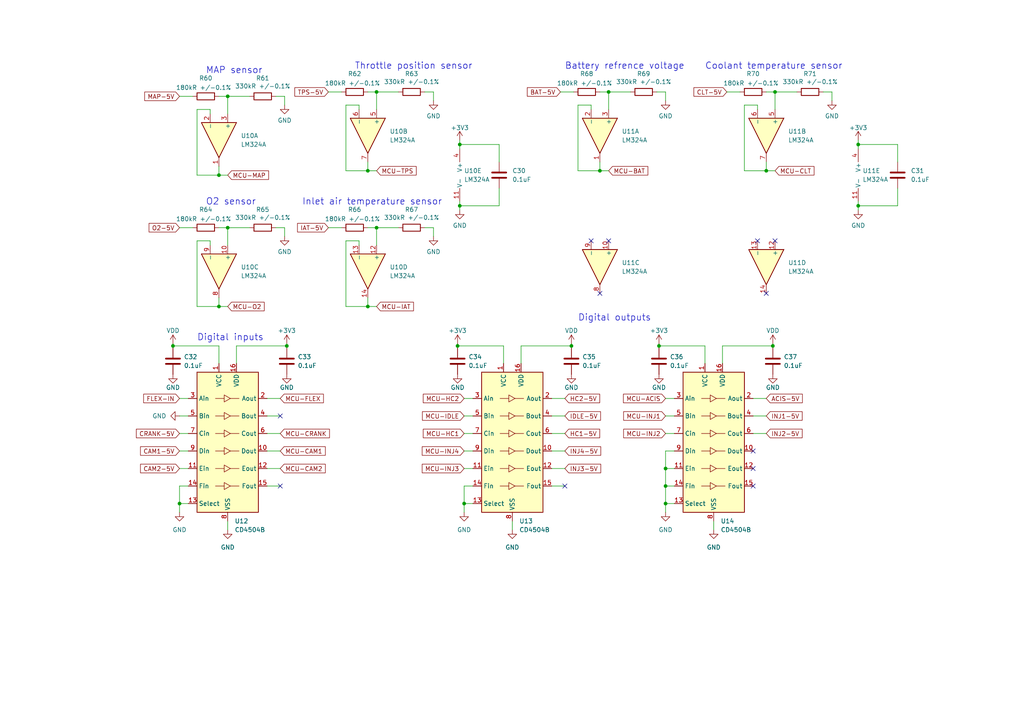
<source format=kicad_sch>
(kicad_sch (version 20211123) (generator eeschema)
  (paper "A4")
  (title_block (title "Speeduino board for Teensy 4.1") (date "2023-01-07") (rev "6") (company "Fontys Eindhoven EXPO group 13 || Speeduino") (comment 1 "Adapted from Speeduino V0.4.4c board"))
  (lib_symbols
    (symbol "4xxx:4504"
      (property "Reference" "U" (at -7.62 21.59 0))
      (property "Value" "4504" (at 6.35 21.59 0))
      (symbol "4504_0_1"
        (polyline (pts (xy -3.556 -12.7) (xy -1.016 -12.7)))
        (polyline (pts (xy -3.556 -7.62) (xy -1.016 -7.62)))
        (polyline (pts (xy -3.556 -2.54) (xy -1.016 -2.54)))
        (polyline (pts (xy -3.556 2.54) (xy -1.016 2.54)))
        (polyline (pts (xy -3.556 7.62) (xy -1.016 7.62)))
        (polyline (pts (xy -3.556 12.7) (xy -1.016 12.7)))
        (polyline (pts (xy 0.762 -12.7) (xy 3.302 -12.7)))
        (polyline (pts (xy 0.762 -7.62) (xy 3.302 -7.62)))
        (polyline (pts (xy 0.762 -2.54) (xy 3.302 -2.54)))
        (polyline (pts (xy 0.762 2.54) (xy 3.302 2.54)))
        (polyline (pts (xy 0.762 7.62) (xy 3.302 7.62)))
        (polyline (pts (xy 0.762 12.7) (xy 3.302 12.7)))
      )
      (symbol "4504_1_1"
        (rectangle (start -8.89 20.32) (end 8.89 -20.32) (stroke (width 0.254)) (fill (type background)))
        (polyline (pts (xy 0.762 -12.7) (xy -1.016 -13.716) (xy -1.016 -11.684) (xy 0.762 -12.7)))
        (polyline (pts (xy 0.762 -7.62) (xy -1.016 -8.636) (xy -1.016 -6.604) (xy 0.762 -7.62)))
        (polyline (pts (xy 0.762 -2.54) (xy -1.016 -3.556) (xy -1.016 -1.524) (xy 0.762 -2.54)))
        (polyline (pts (xy 0.762 2.54) (xy -1.016 1.524) (xy -1.016 3.556) (xy 0.762 2.54)))
        (polyline (pts (xy 0.762 7.62) (xy -1.016 6.604) (xy -1.016 8.636) (xy 0.762 7.62)))
        (polyline (pts (xy 0.762 12.7) (xy -1.016 11.684) (xy -1.016 13.716) (xy 0.762 12.7)))
        (pin power_in line (at -2.54 22.86 270) (length 2.54) (name "VCC") (number "1"))
        (pin output line (at 11.43 -2.54 180) (length 2.54) (name "Dout") (number "10"))
        (pin input line (at -11.43 -7.62 0) (length 2.54) (name "Ein") (number "11"))
        (pin output line (at 11.43 -7.62 180) (length 2.54) (name "Eout") (number "12"))
        (pin input line (at -11.43 -17.78 0) (length 2.54) (name "Select") (number "13"))
        (pin input line (at -11.43 -12.7 0) (length 2.54) (name "Fin") (number "14"))
        (pin output line (at 11.43 -12.7 180) (length 2.54) (name "Fout") (number "15"))
        (pin power_in line (at 2.54 22.86 270) (length 2.54) (name "VDD") (number "16"))
        (pin output line (at 11.43 12.7 180) (length 2.54) (name "Aout") (number "2"))
        (pin input line (at -11.43 12.7 0) (length 2.54) (name "Ain") (number "3"))
        (pin output line (at 11.43 7.62 180) (length 2.54) (name "Bout") (number "4"))
        (pin input line (at -11.43 7.62 0) (length 2.54) (name "Bin") (number "5"))
        (pin output line (at 11.43 2.54 180) (length 2.54) (name "Cout") (number "6"))
        (pin input line (at -11.43 2.54 0) (length 2.54) (name "Cin") (number "7"))
        (pin power_in line (at 0 -22.86 90) (length 2.54) (name "VSS") (number "8"))
        (pin input line (at -11.43 -2.54 0) (length 2.54) (name "Din") (number "9"))
      )
    )
    (symbol "Amplifier_Operational:LMV324" (pin_names (offset 0.127))
      (property "Reference" "U" (at 0 5.08 0))
      (property "Value" "LMV324" (at 0 -5.08 0))
      (symbol "LMV324_1_1"
        (polyline (pts (xy -5.08 5.08) (xy 5.08 0) (xy -5.08 -5.08) (xy -5.08 5.08)) (stroke (width 0.254)) (fill (type background)))
        (pin output line (at 7.62 0 180) (length 2.54) (name "~") (number "1"))
        (pin input line (at -7.62 -2.54 0) (length 2.54) (name "-") (number "2"))
        (pin input line (at -7.62 2.54 0) (length 2.54) (name "+") (number "3"))
      )
      (symbol "LMV324_2_1"
        (polyline (pts (xy -5.08 5.08) (xy 5.08 0) (xy -5.08 -5.08) (xy -5.08 5.08)) (stroke (width 0.254)) (fill (type background)))
        (pin input line (at -7.62 2.54 0) (length 2.54) (name "+") (number "5"))
        (pin input line (at -7.62 -2.54 0) (length 2.54) (name "-") (number "6"))
        (pin output line (at 7.62 0 180) (length 2.54) (name "~") (number "7"))
      )
      (symbol "LMV324_3_1"
        (polyline (pts (xy -5.08 5.08) (xy 5.08 0) (xy -5.08 -5.08) (xy -5.08 5.08)) (stroke (width 0.254)) (fill (type background)))
        (pin input line (at -7.62 2.54 0) (length 2.54) (name "+") (number "10"))
        (pin output line (at 7.62 0 180) (length 2.54) (name "~") (number "8"))
        (pin input line (at -7.62 -2.54 0) (length 2.54) (name "-") (number "9"))
      )
      (symbol "LMV324_4_1"
        (polyline (pts (xy -5.08 5.08) (xy 5.08 0) (xy -5.08 -5.08) (xy -5.08 5.08)) (stroke (width 0.254)) (fill (type background)))
        (pin input line (at -7.62 2.54 0) (length 2.54) (name "+") (number "12"))
        (pin input line (at -7.62 -2.54 0) (length 2.54) (name "-") (number "13"))
        (pin output line (at 7.62 0 180) (length 2.54) (name "~") (number "14"))
      )
      (symbol "LMV324_5_1"
        (pin power_in line (at -2.54 -7.62 90) (length 3.81) (name "V-") (number "11"))
        (pin power_in line (at -2.54 7.62 270) (length 3.81) (name "V+") (number "4"))
      )
    )
    (symbol "Device:C" (pin_numbers hide) (pin_names (offset 0.254))
      (property "Reference" "C" (at 0.635 2.54 0))
      (property "Value" "C" (at 0.635 -2.54 0))
      (symbol "C_0_1"
        (polyline (pts (xy -2.032 -0.762) (xy 2.032 -0.762)) (stroke (width 0.508)))
        (polyline (pts (xy -2.032 0.762) (xy 2.032 0.762)) (stroke (width 0.508)))
      )
      (symbol "C_1_1"
        (pin passive line (at 0 3.81 270) (length 2.794) (name "~") (number "1"))
        (pin passive line (at 0 -3.81 90) (length 2.794) (name "~") (number "2"))
      )
    )
    (symbol "Device:R" (pin_numbers hide) (pin_names (offset 0))
      (property "Reference" "R" (at 2.032 0 90))
      (property "Value" "R" (at 0 0 90))
      (symbol "R_0_1"
        (rectangle (start -1.016 -2.54) (end 1.016 2.54) (stroke (width 0.254)))
      )
      (symbol "R_1_1"
        (pin passive line (at 0 3.81 270) (length 1.27) (name "~") (number "1"))
        (pin passive line (at 0 -3.81 90) (length 1.27) (name "~") (number "2"))
      )
    )
    (symbol "power:+3V3" (power) (pin_names (offset 0))
      (property "Value" "+3V3" (at 0 3.556 0))
      (symbol "+3V3_0_1"
        (polyline (pts (xy -0.762 1.27) (xy 0 2.54)))
        (polyline (pts (xy 0 0) (xy 0 2.54)))
        (polyline (pts (xy 0 2.54) (xy 0.762 1.27)))
      )
      (symbol "+3V3_1_1"
        (pin power_in line (at 0 0 90) (length 0) hide (name "+3V3") (number "1"))
      )
    )
    (symbol "power:GND" (power) (pin_names (offset 0))
      (property "Value" "GND" (at 0 -3.81 0))
      (symbol "GND_0_1"
        (polyline (pts (xy 0 0) (xy 0 -1.27) (xy 1.27 -1.27) (xy 0 -2.54) (xy -1.27 -1.27) (xy 0 -1.27)))
      )
      (symbol "GND_1_1"
        (pin power_in line (at 0 0 270) (length 0) hide (name "GND") (number "1"))
      )
    )
    (symbol "power:VDD" (power) (pin_names (offset 0))
      (property "Value" "VDD" (at 0 3.81 0))
      (symbol "VDD_0_1"
        (polyline (pts (xy -0.762 1.27) (xy 0 2.54)))
        (polyline (pts (xy 0 0) (xy 0 2.54)))
        (polyline (pts (xy 0 2.54) (xy 0.762 1.27)))
      )
      (symbol "VDD_1_1"
        (pin power_in line (at 0 0 90) (length 0) hide (name "VDD") (number "1"))
      )
    )
  )
  (junction (at 63.5 88.9))
  (junction (at 224.155 100.33))
  (junction (at 224.79 26.67))
  (junction (at 173.99 49.53))
  (junction (at 248.92 41.91))
  (junction (at 191.135 100.33))
  (junction (at 134.62 146.05))
  (junction (at 248.92 59.69))
  (junction (at 133.35 41.91))
  (junction (at 133.35 59.69))
  (junction (at 222.25 49.53))
  (junction (at 176.53 26.67))
  (junction (at 50.165 100.33))
  (junction (at 66.04 27.94))
  (junction (at 66.04 66.04))
  (junction (at 193.04 146.05))
  (junction (at 193.04 135.89))
  (junction (at 109.22 66.04))
  (junction (at 83.185 100.33))
  (junction (at 52.07 146.05))
  (junction (at 63.5 50.8))
  (junction (at 109.22 26.67))
  (junction (at 106.68 88.9))
  (junction (at 106.68 49.53))
  (junction (at 165.735 100.33))
  (junction (at 193.04 140.97))
  (junction (at 132.715 100.33))
  (no_connect (at 173.99 85.09))
  (no_connect (at 218.44 135.89))
  (no_connect (at 171.45 69.85))
  (no_connect (at 218.44 140.97))
  (no_connect (at 163.83 140.97))
  (no_connect (at 224.79 69.85))
  (no_connect (at 81.28 140.97))
  (no_connect (at 219.71 69.85))
  (no_connect (at 176.53 69.85))
  (no_connect (at 222.25 85.09))
  (no_connect (at 81.28 120.65))
  (no_connect (at 218.44 130.81))
  (wire (pts (xy 134.62 135.89) (xy 137.16 135.89)))
  (wire (pts (xy 222.25 26.67) (xy 224.79 26.67)))
  (wire (pts (xy 132.715 99.695) (xy 132.715 100.33)))
  (wire (pts (xy 63.5 100.33) (xy 63.5 105.41)))
  (wire (pts (xy 63.5 48.26) (xy 63.5 50.8)))
  (wire (pts (xy 248.92 41.91) (xy 248.92 40.64)))
  (wire (pts (xy 190.5 26.67) (xy 193.04 26.67)))
  (wire (pts (xy 162.56 26.67) (xy 166.37 26.67)))
  (wire (pts (xy 82.55 30.48) (xy 82.55 27.94)))
  (wire (pts (xy 210.82 26.67) (xy 214.63 26.67)))
  (wire (pts (xy 77.47 135.89) (xy 81.28 135.89)))
  (wire (pts (xy 260.35 59.69) (xy 260.35 54.61)))
  (wire (pts (xy 95.25 66.04) (xy 99.06 66.04)))
  (wire (pts (xy 173.99 49.53) (xy 176.53 49.53)))
  (wire (pts (xy 82.55 68.58) (xy 82.55 66.04)))
  (wire (pts (xy 66.04 151.13) (xy 66.04 153.67)))
  (wire (pts (xy 57.15 50.8) (xy 63.5 50.8)))
  (wire (pts (xy 248.92 41.91) (xy 248.92 43.18)))
  (wire (pts (xy 193.04 120.65) (xy 195.58 120.65)))
  (wire (pts (xy 109.22 66.04) (xy 115.57 66.04)))
  (wire (pts (xy 218.44 120.65) (xy 222.25 120.65)))
  (wire (pts (xy 60.96 71.12) (xy 60.96 69.85)))
  (wire (pts (xy 66.04 66.04) (xy 66.04 71.12)))
  (wire (pts (xy 80.01 27.94) (xy 82.55 27.94)))
  (wire (pts (xy 60.96 31.75) (xy 57.15 31.75)))
  (wire (pts (xy 134.62 130.81) (xy 137.16 130.81)))
  (wire (pts (xy 134.62 146.05) (xy 134.62 148.59)))
  (wire (pts (xy 151.13 100.33) (xy 165.735 100.33)))
  (wire (pts (xy 238.76 26.67) (xy 241.3 26.67)))
  (wire (pts (xy 134.62 115.57) (xy 137.16 115.57)))
  (wire (pts (xy 209.55 100.33) (xy 209.55 105.41)))
  (wire (pts (xy 66.04 66.04) (xy 72.39 66.04)))
  (wire (pts (xy 193.04 29.21) (xy 193.04 26.67)))
  (wire (pts (xy 63.5 100.33) (xy 50.165 100.33)))
  (wire (pts (xy 63.5 50.8) (xy 66.04 50.8)))
  (wire (pts (xy 248.92 59.69) (xy 248.92 60.96)))
  (wire (pts (xy 193.04 146.05) (xy 193.04 148.59)))
  (wire (pts (xy 133.35 41.91) (xy 144.78 41.91)))
  (wire (pts (xy 123.19 66.04) (xy 125.73 66.04)))
  (wire (pts (xy 241.3 29.21) (xy 241.3 26.67)))
  (wire (pts (xy 146.05 100.33) (xy 132.715 100.33)))
  (wire (pts (xy 204.47 105.41) (xy 204.47 100.33)))
  (wire (pts (xy 191.135 100.33) (xy 191.135 100.965)))
  (wire (pts (xy 106.68 86.36) (xy 106.68 88.9)))
  (wire (pts (xy 176.53 26.67) (xy 182.88 26.67)))
  (wire (pts (xy 77.47 120.65) (xy 81.28 120.65)))
  (wire (pts (xy 195.58 140.97) (xy 193.04 140.97)))
  (wire (pts (xy 125.73 29.21) (xy 125.73 26.67)))
  (wire (pts (xy 109.22 26.67) (xy 115.57 26.67)))
  (wire (pts (xy 52.07 66.04) (xy 55.88 66.04)))
  (wire (pts (xy 106.68 26.67) (xy 109.22 26.67)))
  (wire (pts (xy 133.35 41.91) (xy 133.35 43.18)))
  (wire (pts (xy 50.165 99.695) (xy 50.165 100.33)))
  (wire (pts (xy 133.35 59.69) (xy 144.78 59.69)))
  (wire (pts (xy 83.185 100.33) (xy 83.185 100.965)))
  (wire (pts (xy 134.62 125.73) (xy 137.16 125.73)))
  (wire (pts (xy 160.02 125.73) (xy 163.83 125.73)))
  (wire (pts (xy 123.19 26.67) (xy 125.73 26.67)))
  (wire (pts (xy 193.04 130.81) (xy 193.04 135.89)))
  (wire (pts (xy 151.13 100.33) (xy 151.13 105.41)))
  (wire (pts (xy 224.155 99.695) (xy 224.155 100.33)))
  (wire (pts (xy 106.68 46.99) (xy 106.68 49.53)))
  (wire (pts (xy 54.61 140.97) (xy 52.07 140.97)))
  (wire (pts (xy 106.68 49.53) (xy 109.22 49.53)))
  (wire (pts (xy 193.04 140.97) (xy 193.04 146.05)))
  (wire (pts (xy 260.35 46.99) (xy 260.35 41.91)))
  (wire (pts (xy 224.79 26.67) (xy 224.79 31.75)))
  (wire (pts (xy 191.135 99.695) (xy 191.135 100.33)))
  (wire (pts (xy 125.73 68.58) (xy 125.73 66.04)))
  (wire (pts (xy 219.71 30.48) (xy 215.9 30.48)))
  (wire (pts (xy 68.58 100.33) (xy 83.185 100.33)))
  (wire (pts (xy 167.64 49.53) (xy 173.99 49.53)))
  (wire (pts (xy 160.02 140.97) (xy 163.83 140.97)))
  (wire (pts (xy 148.59 151.13) (xy 148.59 153.67)))
  (wire (pts (xy 52.07 140.97) (xy 52.07 146.05)))
  (wire (pts (xy 106.68 88.9) (xy 109.22 88.9)))
  (wire (pts (xy 132.715 100.33) (xy 132.715 100.965)))
  (wire (pts (xy 60.96 69.85) (xy 57.15 69.85)))
  (wire (pts (xy 195.58 125.73) (xy 193.04 125.73)))
  (wire (pts (xy 193.04 130.81) (xy 195.58 130.81)))
  (wire (pts (xy 209.55 100.33) (xy 224.155 100.33)))
  (wire (pts (xy 109.22 26.67) (xy 109.22 31.75)))
  (wire (pts (xy 165.735 99.695) (xy 165.735 100.33)))
  (wire (pts (xy 133.35 41.91) (xy 133.35 40.64)))
  (wire (pts (xy 176.53 26.67) (xy 176.53 31.75)))
  (wire (pts (xy 60.96 33.02) (xy 60.96 31.75)))
  (wire (pts (xy 100.33 69.85) (xy 100.33 88.9)))
  (wire (pts (xy 109.22 66.04) (xy 109.22 71.12)))
  (wire (pts (xy 104.14 69.85) (xy 100.33 69.85)))
  (wire (pts (xy 95.25 26.67) (xy 99.06 26.67)))
  (wire (pts (xy 222.25 46.99) (xy 222.25 49.53)))
  (wire (pts (xy 52.07 135.89) (xy 54.61 135.89)))
  (wire (pts (xy 100.33 49.53) (xy 106.68 49.53)))
  (wire (pts (xy 167.64 30.48) (xy 167.64 49.53)))
  (wire (pts (xy 171.45 30.48) (xy 167.64 30.48)))
  (wire (pts (xy 54.61 146.05) (xy 52.07 146.05)))
  (wire (pts (xy 52.07 27.94) (xy 55.88 27.94)))
  (wire (pts (xy 134.62 140.97) (xy 137.16 140.97)))
  (wire (pts (xy 100.33 30.48) (xy 100.33 49.53)))
  (wire (pts (xy 215.9 49.53) (xy 222.25 49.53)))
  (wire (pts (xy 160.02 130.81) (xy 163.83 130.81)))
  (wire (pts (xy 133.35 59.69) (xy 133.35 60.96)))
  (wire (pts (xy 218.44 125.73) (xy 222.25 125.73)))
  (wire (pts (xy 224.79 26.67) (xy 231.14 26.67)))
  (wire (pts (xy 63.5 27.94) (xy 66.04 27.94)))
  (wire (pts (xy 160.02 135.89) (xy 163.83 135.89)))
  (wire (pts (xy 133.35 58.42) (xy 133.35 59.69)))
  (wire (pts (xy 215.9 30.48) (xy 215.9 49.53)))
  (wire (pts (xy 52.07 115.57) (xy 54.61 115.57)))
  (wire (pts (xy 173.99 26.67) (xy 176.53 26.67)))
  (wire (pts (xy 171.45 31.75) (xy 171.45 30.48)))
  (wire (pts (xy 77.47 115.57) (xy 81.28 115.57)))
  (wire (pts (xy 77.47 140.97) (xy 81.28 140.97)))
  (wire (pts (xy 80.01 66.04) (xy 82.55 66.04)))
  (wire (pts (xy 104.14 31.75) (xy 104.14 30.48)))
  (wire (pts (xy 222.25 49.53) (xy 224.79 49.53)))
  (wire (pts (xy 160.02 120.65) (xy 163.83 120.65)))
  (wire (pts (xy 83.185 99.695) (xy 83.185 100.33)))
  (wire (pts (xy 207.01 151.13) (xy 207.01 153.67)))
  (wire (pts (xy 195.58 146.05) (xy 193.04 146.05)))
  (wire (pts (xy 191.135 100.33) (xy 204.47 100.33)))
  (wire (pts (xy 248.92 59.69) (xy 260.35 59.69)))
  (wire (pts (xy 173.99 46.99) (xy 173.99 49.53)))
  (wire (pts (xy 160.02 115.57) (xy 163.83 115.57)))
  (wire (pts (xy 134.62 120.65) (xy 137.16 120.65)))
  (wire (pts (xy 104.14 71.12) (xy 104.14 69.85)))
  (wire (pts (xy 134.62 146.05) (xy 137.16 146.05)))
  (wire (pts (xy 52.07 146.05) (xy 52.07 148.59)))
  (wire (pts (xy 57.15 69.85) (xy 57.15 88.9)))
  (wire (pts (xy 52.07 125.73) (xy 54.61 125.73)))
  (wire (pts (xy 146.05 100.33) (xy 146.05 105.41)))
  (wire (pts (xy 193.04 115.57) (xy 195.58 115.57)))
  (wire (pts (xy 219.71 31.75) (xy 219.71 30.48)))
  (wire (pts (xy 66.04 27.94) (xy 72.39 27.94)))
  (wire (pts (xy 57.15 31.75) (xy 57.15 50.8)))
  (wire (pts (xy 106.68 66.04) (xy 109.22 66.04)))
  (wire (pts (xy 52.07 130.81) (xy 54.61 130.81)))
  (wire (pts (xy 63.5 86.36) (xy 63.5 88.9)))
  (wire (pts (xy 77.47 130.81) (xy 81.28 130.81)))
  (wire (pts (xy 68.58 105.41) (xy 68.58 100.33)))
  (wire (pts (xy 100.33 88.9) (xy 106.68 88.9)))
  (wire (pts (xy 63.5 66.04) (xy 66.04 66.04)))
  (wire (pts (xy 134.62 140.97) (xy 134.62 146.05)))
  (wire (pts (xy 248.92 41.91) (xy 260.35 41.91)))
  (wire (pts (xy 193.04 135.89) (xy 193.04 140.97)))
  (wire (pts (xy 193.04 135.89) (xy 195.58 135.89)))
  (wire (pts (xy 165.735 100.33) (xy 165.735 100.965)))
  (wire (pts (xy 144.78 46.99) (xy 144.78 41.91)))
  (wire (pts (xy 66.04 27.94) (xy 66.04 33.02)))
  (wire (pts (xy 224.155 100.33) (xy 224.155 100.965)))
  (wire (pts (xy 248.92 58.42) (xy 248.92 59.69)))
  (wire (pts (xy 144.78 59.69) (xy 144.78 54.61)))
  (wire (pts (xy 77.47 125.73) (xy 81.28 125.73)))
  (wire (pts (xy 218.44 115.57) (xy 222.25 115.57)))
  (wire (pts (xy 104.14 30.48) (xy 100.33 30.48)))
  (wire (pts (xy 50.165 100.33) (xy 50.165 100.965)))
  (wire (pts (xy 52.07 120.65) (xy 54.61 120.65)))
  (wire (pts (xy 57.15 88.9) (xy 63.5 88.9)))
  (wire (pts (xy 63.5 88.9) (xy 66.04 88.9)))
  (text "Digital outputs" (at 167.64 93.345 0) (effects (font (size 1.8796 1.8796)) (justify left bottom)))
  (text "Digital inputs" (at 57.15 99.06 0) (effects (font (size 1.8796 1.8796)) (justify left bottom)))
  (text "Inlet air temperature sensor" (at 87.63 59.69 0) (effects (font (size 1.8796 1.8796)) (justify left bottom)))
  (text "MAP sensor" (at 59.69 21.59 0) (effects (font (size 1.8796 1.8796)) (justify left bottom)))
  (text "Battery refrence voltage" (at 163.83 20.32 0) (effects (font (size 1.8796 1.8796)) (justify left bottom)))
  (text "Coolant temperature sensor" (at 204.47 20.32 0) (effects (font (size 1.8796 1.8796)) (justify left bottom)))
  (text "Throttle position sensor" (at 102.87 20.32 0) (effects (font (size 1.8796 1.8796)) (justify left bottom)))
  (text "O2 sensor" (at 59.69 59.69 0) (effects (font (size 1.8796 1.8796)) (justify left bottom)))
  (global_label "IDLE-5V" (shape input) (at 163.83 120.65 0) (property "Intersheet References" "${INTERSHEET_REFS}" (effects hide)))
  (global_label "MCU-INJ3" (shape input) (at 134.62 135.89 180) (property "Intersheet References" "${INTERSHEET_REFS}" (effects hide)))
  (global_label "MCU-CRANK" (shape input) (at 81.28 125.73 0) (property "Intersheet References" "${INTERSHEET_REFS}" (effects hide)))
  (global_label "INJ2-5V" (shape input) (at 222.25 125.73 0) (property "Intersheet References" "${INTERSHEET_REFS}" (effects hide)))
  (global_label "IAT-5V" (shape input) (at 95.25 66.04 180) (property "Intersheet References" "${INTERSHEET_REFS}" (effects hide)))
  (global_label "MCU-FLEX" (shape input) (at 81.28 115.57 0) (property "Intersheet References" "${INTERSHEET_REFS}" (effects hide)))
  (global_label "BAT-5V" (shape input) (at 162.56 26.67 180) (property "Intersheet References" "${INTERSHEET_REFS}" (effects hide)))
  (global_label "HC2-5V" (shape input) (at 163.83 115.57 0) (property "Intersheet References" "${INTERSHEET_REFS}" (effects hide)))
  (global_label "MCU-IDLE" (shape input) (at 134.62 120.65 180) (property "Intersheet References" "${INTERSHEET_REFS}" (effects hide)))
  (global_label "HC1-5V" (shape input) (at 163.83 125.73 0) (property "Intersheet References" "${INTERSHEET_REFS}" (effects hide)))
  (global_label "MCU-BAT" (shape input) (at 176.53 49.53 0) (property "Intersheet References" "${INTERSHEET_REFS}" (effects hide)))
  (global_label "CAM2-5V" (shape input) (at 52.07 135.89 180) (property "Intersheet References" "${INTERSHEET_REFS}" (effects hide)))
  (global_label "INJ4-5V" (shape input) (at 163.83 130.81 0) (property "Intersheet References" "${INTERSHEET_REFS}" (effects hide)))
  (global_label "MCU-MAP" (shape input) (at 66.04 50.8 0) (property "Intersheet References" "${INTERSHEET_REFS}" (effects hide)))
  (global_label "MCU-CLT" (shape input) (at 224.79 49.53 0) (property "Intersheet References" "${INTERSHEET_REFS}" (effects hide)))
  (global_label "MCU-INJ4" (shape input) (at 134.62 130.81 180) (property "Intersheet References" "${INTERSHEET_REFS}" (effects hide)))
  (global_label "MCU-INJ2" (shape input) (at 193.04 125.73 180) (property "Intersheet References" "${INTERSHEET_REFS}" (effects hide)))
  (global_label "MCU-O2" (shape input) (at 66.04 88.9 0) (property "Intersheet References" "${INTERSHEET_REFS}" (effects hide)))
  (global_label "MCU-IAT" (shape input) (at 109.22 88.9 0) (property "Intersheet References" "${INTERSHEET_REFS}" (effects hide)))
  (global_label "FLEX-IN" (shape input) (at 52.07 115.57 180) (property "Intersheet References" "${INTERSHEET_REFS}" (effects hide)))
  (global_label "CRANK-5V" (shape input) (at 52.07 125.73 180) (property "Intersheet References" "${INTERSHEET_REFS}" (effects hide)))
  (global_label "INJ1-5V" (shape input) (at 222.25 120.65 0) (property "Intersheet References" "${INTERSHEET_REFS}" (effects hide)))
  (global_label "TPS-5V" (shape input) (at 95.25 26.67 180) (property "Intersheet References" "${INTERSHEET_REFS}" (effects hide)))
  (global_label "O2-5V" (shape input) (at 52.07 66.04 180) (property "Intersheet References" "${INTERSHEET_REFS}" (effects hide)))
  (global_label "MCU-INJ1" (shape input) (at 193.04 120.65 180) (property "Intersheet References" "${INTERSHEET_REFS}" (effects hide)))
  (global_label "MCU-HC1" (shape input) (at 134.62 125.73 180) (property "Intersheet References" "${INTERSHEET_REFS}" (effects hide)))
  (global_label "MCU-CAM1" (shape input) (at 81.28 130.81 0) (property "Intersheet References" "${INTERSHEET_REFS}" (effects hide)))
  (global_label "CAM1-5V" (shape input) (at 52.07 130.81 180) (property "Intersheet References" "${INTERSHEET_REFS}" (effects hide)))
  (global_label "CLT-5V" (shape input) (at 210.82 26.67 180) (property "Intersheet References" "${INTERSHEET_REFS}" (effects hide)))
  (global_label "MCU-CAM2" (shape input) (at 81.28 135.89 0) (property "Intersheet References" "${INTERSHEET_REFS}" (effects hide)))
  (global_label "MCU-HC2" (shape input) (at 134.62 115.57 180) (property "Intersheet References" "${INTERSHEET_REFS}" (effects hide)))
  (global_label "ACIS-5V" (shape input) (at 222.25 115.57 0) (property "Intersheet References" "${INTERSHEET_REFS}" (effects hide)))
  (global_label "MCU-ACIS" (shape input) (at 193.04 115.57 180) (property "Intersheet References" "${INTERSHEET_REFS}" (effects hide)))
  (global_label "MCU-TPS" (shape input) (at 109.22 49.53 0) (property "Intersheet References" "${INTERSHEET_REFS}" (effects hide)))
  (global_label "MAP-5V" (shape input) (at 52.07 27.94 180) (property "Intersheet References" "${INTERSHEET_REFS}" (effects hide)))
  (global_label "INJ3-5V" (shape input) (at 163.83 135.89 0) (property "Intersheet References" "${INTERSHEET_REFS}" (effects hide)))
  (symbol (lib_id "Amplifier_Operational:LMV324") (at 63.5 78.74 270) (unit 3)
    (property "Reference" "U10" (at 69.85 77.4699 90) (effects (justify left)))
    (property "Value" "LM324A" (at 69.85 80.0099 90) (effects (justify left)))
    (property "Footprint" "Package_SO:SOIC-14_3.9x8.7mm_P1.27mm" (effects hide))
    (property "Digikey Part Number" "3117046" (effects hide))
    (property "Manufacturer_Name" "Texas Instruments" (effects hide))
    (property "Manufacturer_Part_Number" "LM324ADR" (effects hide))
    (property "URL" "https://nl.farnell.com/texas-instruments/lm324adr/op-amp-quad-low-power-smd-soic14/dp/3117046?st=lm324" (effects hide))
  )
  (symbol (lib_id "4xxx:4504") (at 66.04 128.27 0) (unit 1)
    (property "Reference" "U12" (at 68.0594 151.13 0) (effects (justify left)))
    (property "Value" "CD4504B" (at 68.0594 153.67 0) (effects (justify left)))
    (property "Footprint" "Package_SO:TSSOP-16_4.4x5mm_P0.65mm" (effects hide))
    (property "Digikey Part Number" "3006769" (effects hide))
    (property "Manufacturer_Name" "Texas Instruments" (effects hide))
    (property "Manufacturer_Part_Number" "CD4504BPW" (effects hide))
    (property "URL" "https://nl.farnell.com/texas-instruments/cd4504bpw/logic-hex-volt-lvl-shifter-16tssop/dp/3006769?st=cd4504" (effects hide))
  )
  (symbol (lib_id "Device:R") (at 59.69 27.94 270) (unit 1)
    (property "Reference" "R60" (at 59.69 22.6822 90))
    (property "Value" "180kR +/-0.1%" (at 59.055 25.4 90))
    (property "Footprint" "Resistor_SMD:R_0805_2012Metric" (effects hide))
    (property "Manufacturer_Name" "Multicomp" (effects hide))
    (property "Manufacturer_Part_Number" "MCWF08R1803BTL" (effects hide))
    (property "URL" "https://nl.farnell.com/multicomp-pro/mcwf08r1803btl/res-180k-0-1-0-125w-0805-thin/dp/2337663" (effects hide))
    (property "Digikey Part Number" "2337663" (effects hide))
  )
  (symbol (lib_id "power:GND") (at 50.165 108.585 0) (unit 1)
    (property "Reference" "#PWR0228" (effects hide))
    (property "Value" "GND" (at 50.165 112.395 0))
  )
  (symbol (lib_id "power:GND") (at 52.07 148.59 0) (unit 1)
    (property "Reference" "#PWR0230" (effects hide))
    (property "Value" "GND" (at 52.07 153.67 0))
  )
  (symbol (lib_id "Device:C") (at 260.35 50.8 0) (unit 1)
    (property "Reference" "C31" (at 264.16 49.5299 0) (effects (justify left)))
    (property "Value" "0.1uF" (at 264.16 52.0699 0) (effects (justify left)))
    (property "Footprint" "Capacitor_SMD:C_0805_2012Metric" (effects hide))
    (property "Digikey Part Number" "3296136" (effects hide))
    (property "Manufacturer_Name" "Vishay" (effects hide))
    (property "Manufacturer_Part_Number" "VJ0805Y104KXAPW1BC" (effects hide))
    (property "URL" "https://nl.farnell.com/vishay/vj0805y104kxapw1bc/cap-0-1uf-50v-mlcc-0805/dp/3296136" (effects hide))
  )
  (symbol (lib_id "Device:R") (at 119.38 26.67 270) (unit 1)
    (property "Reference" "R63" (at 119.38 21.4122 90))
    (property "Value" "330kR +/-0.1%" (at 119.38 23.7236 90))
    (property "Footprint" "Resistor_SMD:R_0805_2012Metric" (effects hide))
    (property "Manufacturer_Name" "Multicomp" (effects hide))
    (property "Manufacturer_Part_Number" "MCWF08R3303BTL" (effects hide))
    (property "URL" "https://nl.farnell.com/multicomp-pro/mcwf08r3303btl/res-330k-0-1-0-125w-0805-thin/dp/2337789" (effects hide))
    (property "Digikey Part Number" "2337789" (effects hide))
  )
  (symbol (lib_id "power:VDD") (at 224.155 99.695 0) (unit 1)
    (property "Reference" "#PWR0211" (effects hide))
    (property "Value" "VDD" (at 224.155 95.885 0))
  )
  (symbol (lib_id "power:GND") (at 52.07 120.65 270) (unit 1)
    (property "Reference" "#PWR0142" (effects hide))
    (property "Value" "GND" (at 48.26 120.6499 90) (effects (justify right)))
  )
  (symbol (lib_id "power:GND") (at 134.62 148.59 0) (unit 1)
    (property "Reference" "#PWR0231" (effects hide))
    (property "Value" "GND" (at 134.62 153.67 0))
  )
  (symbol (lib_id "power:GND") (at 248.92 60.96 0) (unit 1)
    (property "Reference" "#PWR0206" (effects hide))
    (property "Value" "GND" (at 248.92 65.4034 0))
  )
  (symbol (lib_id "Amplifier_Operational:LMV324") (at 222.25 77.47 270) (unit 4)
    (property "Reference" "U11" (at 228.6 76.1999 90) (effects (justify left)))
    (property "Value" "LM324A" (at 228.6 78.7399 90) (effects (justify left)))
    (property "Footprint" "Package_SO:SOIC-14_3.9x8.7mm_P1.27mm" (effects hide))
    (property "Digikey Part Number" "3117046" (effects hide))
    (property "Manufacturer_Name" "Texas Instruments" (effects hide))
    (property "Manufacturer_Part_Number" "LM324ADR" (effects hide))
    (property "URL" "https://nl.farnell.com/texas-instruments/lm324adr/op-amp-quad-low-power-smd-soic14/dp/3117046?st=lm324" (effects hide))
  )
  (symbol (lib_id "power:GND") (at 193.04 148.59 0) (unit 1)
    (property "Reference" "#PWR0210" (effects hide))
    (property "Value" "GND" (at 193.04 153.67 0))
  )
  (symbol (lib_id "Device:C") (at 83.185 104.775 0) (unit 1)
    (property "Reference" "C33" (at 86.36 103.5049 0) (effects (justify left)))
    (property "Value" "0.1uF" (at 86.36 106.0449 0) (effects (justify left)))
    (property "Footprint" "Capacitor_SMD:C_0805_2012Metric" (effects hide))
    (property "Digikey Part Number" "3296136" (effects hide))
    (property "Manufacturer_Name" "Vishay" (effects hide))
    (property "Manufacturer_Part_Number" "VJ0805Y104KXAPW1BC" (effects hide))
    (property "URL" "https://nl.farnell.com/vishay/vj0805y104kxapw1bc/cap-0-1uf-50v-mlcc-0805/dp/3296136" (effects hide))
  )
  (symbol (lib_id "power:GND") (at 207.01 153.67 0) (unit 1)
    (property "Reference" "#PWR0209" (effects hide))
    (property "Value" "GND" (at 207.01 158.75 0))
  )
  (symbol (lib_id "Amplifier_Operational:LMV324") (at 173.99 39.37 270) (unit 1)
    (property "Reference" "U11" (at 180.34 38.0999 90) (effects (justify left)))
    (property "Value" "LM324A" (at 180.34 40.6399 90) (effects (justify left)))
    (property "Footprint" "Package_SO:SOIC-14_3.9x8.7mm_P1.27mm" (effects hide))
    (property "Digikey Part Number" "3117046" (effects hide))
    (property "Manufacturer_Name" "Texas Instruments" (effects hide))
    (property "Manufacturer_Part_Number" "LM324ADR" (effects hide))
    (property "URL" "https://nl.farnell.com/texas-instruments/lm324adr/op-amp-quad-low-power-smd-soic14/dp/3117046?st=lm324" (effects hide))
  )
  (symbol (lib_id "Device:C") (at 50.165 104.775 0) (unit 1)
    (property "Reference" "C32" (at 53.34 103.5049 0) (effects (justify left)))
    (property "Value" "0.1uF" (at 53.34 106.0449 0) (effects (justify left)))
    (property "Footprint" "Capacitor_SMD:C_0805_2012Metric" (effects hide))
    (property "Digikey Part Number" "3296136" (effects hide))
    (property "Manufacturer_Name" "Vishay" (effects hide))
    (property "Manufacturer_Part_Number" "VJ0805Y104KXAPW1BC" (effects hide))
    (property "URL" "https://nl.farnell.com/vishay/vj0805y104kxapw1bc/cap-0-1uf-50v-mlcc-0805/dp/3296136" (effects hide))
  )
  (symbol (lib_id "power:GND") (at 193.04 29.21 0) (unit 1)
    (property "Reference" "#PWR0217" (effects hide))
    (property "Value" "GND" (at 193.04 33.6534 0))
  )
  (symbol (lib_id "Device:R") (at 170.18 26.67 270) (unit 1)
    (property "Reference" "R68" (at 170.18 21.4122 90))
    (property "Value" "180kR +/-0.1%" (at 169.545 24.13 90))
    (property "Footprint" "Resistor_SMD:R_0805_2012Metric" (effects hide))
    (property "Manufacturer_Name" "Multicomp" (effects hide))
    (property "Manufacturer_Part_Number" "MCWF08R1803BTL" (effects hide))
    (property "URL" "https://nl.farnell.com/multicomp-pro/mcwf08r1803btl/res-180k-0-1-0-125w-0805-thin/dp/2337663" (effects hide))
    (property "Digikey Part Number" "2337663" (effects hide))
  )
  (symbol (lib_id "Device:C") (at 191.135 104.775 0) (unit 1)
    (property "Reference" "C36" (at 194.31 103.5049 0) (effects (justify left)))
    (property "Value" "0.1uF" (at 194.31 106.0449 0) (effects (justify left)))
    (property "Footprint" "Capacitor_SMD:C_0805_2012Metric" (effects hide))
    (property "Digikey Part Number" "3296136" (effects hide))
    (property "Manufacturer_Name" "Vishay" (effects hide))
    (property "Manufacturer_Part_Number" "VJ0805Y104KXAPW1BC" (effects hide))
    (property "URL" "https://nl.farnell.com/vishay/vj0805y104kxapw1bc/cap-0-1uf-50v-mlcc-0805/dp/3296136" (effects hide))
  )
  (symbol (lib_id "Device:R") (at 102.87 26.67 270) (unit 1)
    (property "Reference" "R62" (at 102.87 21.4122 90))
    (property "Value" "180kR +/-0.1%" (at 102.235 24.13 90))
    (property "Footprint" "Resistor_SMD:R_0805_2012Metric" (effects hide))
    (property "Manufacturer_Name" "Multicomp" (effects hide))
    (property "Manufacturer_Part_Number" "MCWF08R1803BTL" (effects hide))
    (property "URL" "https://nl.farnell.com/multicomp-pro/mcwf08r1803btl/res-180k-0-1-0-125w-0805-thin/dp/2337663" (effects hide))
    (property "Digikey Part Number" "2337663" (effects hide))
  )
  (symbol (lib_id "4xxx:4504") (at 207.01 128.27 0) (unit 1)
    (property "Reference" "U14" (at 209.0294 151.13 0) (effects (justify left)))
    (property "Value" "CD4504B" (at 209.0294 153.67 0) (effects (justify left)))
    (property "Footprint" "Package_SO:TSSOP-16_4.4x5mm_P0.65mm" (effects hide))
    (property "Digikey Part Number" "3006769" (effects hide))
    (property "Manufacturer_Name" "Texas Instruments" (effects hide))
    (property "Manufacturer_Part_Number" "CD4504BPW" (effects hide))
    (property "URL" "https://nl.farnell.com/texas-instruments/cd4504bpw/logic-hex-volt-lvl-shifter-16tssop/dp/3006769?st=cd4504" (effects hide))
  )
  (symbol (lib_id "power:+3V3") (at 132.715 99.695 0) (unit 1)
    (property "Reference" "#PWR0218" (effects hide))
    (property "Value" "+3V3" (at 132.715 95.885 0))
  )
  (symbol (lib_id "power:+3V3") (at 248.92 40.64 0) (unit 1)
    (property "Reference" "#PWR0207" (effects hide))
    (property "Value" "+3V3" (at 248.92 37.0642 0))
  )
  (symbol (lib_id "Device:C") (at 144.78 50.8 0) (unit 1)
    (property "Reference" "C30" (at 148.59 49.5299 0) (effects (justify left)))
    (property "Value" "0.1uF" (at 148.59 52.0699 0) (effects (justify left)))
    (property "Footprint" "Capacitor_SMD:C_0805_2012Metric" (effects hide))
    (property "Digikey Part Number" "3296136" (effects hide))
    (property "Manufacturer_Name" "Vishay" (effects hide))
    (property "Manufacturer_Part_Number" "VJ0805Y104KXAPW1BC" (effects hide))
    (property "URL" "https://nl.farnell.com/vishay/vj0805y104kxapw1bc/cap-0-1uf-50v-mlcc-0805/dp/3296136" (effects hide))
  )
  (symbol (lib_id "power:VDD") (at 50.165 99.695 0) (unit 1)
    (property "Reference" "#PWR0224" (effects hide))
    (property "Value" "VDD" (at 50.165 95.885 0))
  )
  (symbol (lib_id "power:GND") (at 82.55 68.58 0) (unit 1)
    (property "Reference" "#PWR0222" (effects hide))
    (property "Value" "GND" (at 82.55 73.0234 0))
  )
  (symbol (lib_id "power:VDD") (at 165.735 99.695 0) (unit 1)
    (property "Reference" "#PWR0214" (effects hide))
    (property "Value" "VDD" (at 165.735 95.885 0))
  )
  (symbol (lib_id "power:GND") (at 66.04 153.67 0) (unit 1)
    (property "Reference" "#PWR0229" (effects hide))
    (property "Value" "GND" (at 66.04 158.75 0))
  )
  (symbol (lib_id "Device:R") (at 102.87 66.04 270) (unit 1)
    (property "Reference" "R66" (at 102.87 60.7822 90))
    (property "Value" "180kR +/-0.1%" (at 102.235 63.5 90))
    (property "Footprint" "Resistor_SMD:R_0805_2012Metric" (effects hide))
    (property "Manufacturer_Name" "Multicomp" (effects hide))
    (property "Manufacturer_Part_Number" "MCWF08R1803BTL" (effects hide))
    (property "URL" "https://nl.farnell.com/multicomp-pro/mcwf08r1803btl/res-180k-0-1-0-125w-0805-thin/dp/2337663" (effects hide))
    (property "Digikey Part Number" "2337663" (effects hide))
  )
  (symbol (lib_id "Amplifier_Operational:LMV324") (at 106.68 78.74 270) (unit 4)
    (property "Reference" "U10" (at 113.03 77.4699 90) (effects (justify left)))
    (property "Value" "LM324A" (at 113.03 80.0099 90) (effects (justify left)))
    (property "Footprint" "Package_SO:SOIC-14_3.9x8.7mm_P1.27mm" (effects hide))
    (property "Digikey Part Number" "3117046" (effects hide))
    (property "Manufacturer_Name" "Texas Instruments" (effects hide))
    (property "Manufacturer_Part_Number" "LM324ADR" (effects hide))
    (property "URL" "https://nl.farnell.com/texas-instruments/lm324adr/op-amp-quad-low-power-smd-soic14/dp/3117046?st=lm324" (effects hide))
  )
  (symbol (lib_id "Device:C") (at 224.155 104.775 0) (unit 1)
    (property "Reference" "C37" (at 227.33 103.5049 0) (effects (justify left)))
    (property "Value" "0.1uF" (at 227.33 106.0449 0) (effects (justify left)))
    (property "Footprint" "Capacitor_SMD:C_0805_2012Metric" (effects hide))
    (property "Digikey Part Number" "3296136" (effects hide))
    (property "Manufacturer_Name" "Vishay" (effects hide))
    (property "Manufacturer_Part_Number" "VJ0805Y104KXAPW1BC" (effects hide))
    (property "URL" "https://nl.farnell.com/vishay/vj0805y104kxapw1bc/cap-0-1uf-50v-mlcc-0805/dp/3296136" (effects hide))
  )
  (symbol (lib_id "Device:R") (at 218.44 26.67 270) (unit 1)
    (property "Reference" "R70" (at 218.44 21.4122 90))
    (property "Value" "180kR +/-0.1%" (at 217.805 24.13 90))
    (property "Footprint" "Resistor_SMD:R_0805_2012Metric" (effects hide))
    (property "Manufacturer_Name" "Multicomp" (effects hide))
    (property "Manufacturer_Part_Number" "MCWF08R1803BTL" (effects hide))
    (property "URL" "https://nl.farnell.com/multicomp-pro/mcwf08r1803btl/res-180k-0-1-0-125w-0805-thin/dp/2337663" (effects hide))
    (property "Digikey Part Number" "2337663" (effects hide))
  )
  (symbol (lib_id "Device:C") (at 165.735 104.775 0) (unit 1)
    (property "Reference" "C35" (at 168.91 103.5049 0) (effects (justify left)))
    (property "Value" "0.1uF" (at 168.91 106.0449 0) (effects (justify left)))
    (property "Footprint" "Capacitor_SMD:C_0805_2012Metric" (effects hide))
    (property "Digikey Part Number" "3296136" (effects hide))
    (property "Manufacturer_Name" "Vishay" (effects hide))
    (property "Manufacturer_Part_Number" "VJ0805Y104KXAPW1BC" (effects hide))
    (property "URL" "https://nl.farnell.com/vishay/vj0805y104kxapw1bc/cap-0-1uf-50v-mlcc-0805/dp/3296136" (effects hide))
  )
  (symbol (lib_id "Device:R") (at 234.95 26.67 270) (unit 1)
    (property "Reference" "R71" (at 234.95 21.4122 90))
    (property "Value" "330kR +/-0.1%" (at 234.95 23.7236 90))
    (property "Footprint" "Resistor_SMD:R_0805_2012Metric" (effects hide))
    (property "Manufacturer_Name" "Multicomp" (effects hide))
    (property "Manufacturer_Part_Number" "MCWF08R3303BTL" (effects hide))
    (property "URL" "https://nl.farnell.com/multicomp-pro/mcwf08r3303btl/res-330k-0-1-0-125w-0805-thin/dp/2337789" (effects hide))
    (property "Digikey Part Number" "2337789" (effects hide))
  )
  (symbol (lib_id "Amplifier_Operational:LMV324") (at 63.5 40.64 270) (unit 1)
    (property "Reference" "U10" (at 69.85 39.3699 90) (effects (justify left)))
    (property "Value" "LM324A" (at 69.85 41.9099 90) (effects (justify left)))
    (property "Footprint" "Package_SO:SOIC-14_3.9x8.7mm_P1.27mm" (effects hide))
    (property "Digikey Part Number" "3117046" (effects hide))
    (property "Manufacturer_Name" "Texas Instruments" (effects hide))
    (property "Manufacturer_Part_Number" "LM324ADR" (effects hide))
    (property "URL" "https://nl.farnell.com/texas-instruments/lm324adr/op-amp-quad-low-power-smd-soic14/dp/3117046?st=lm324" (effects hide))
  )
  (symbol (lib_id "power:GND") (at 133.35 60.96 0) (unit 1)
    (property "Reference" "#PWR0221" (effects hide))
    (property "Value" "GND" (at 133.35 65.4034 0))
  )
  (symbol (lib_id "power:GND") (at 241.3 29.21 0) (unit 1)
    (property "Reference" "#PWR0208" (effects hide))
    (property "Value" "GND" (at 241.3 33.6534 0))
  )
  (symbol (lib_id "Device:R") (at 119.38 66.04 270) (unit 1)
    (property "Reference" "R67" (at 119.38 60.7822 90))
    (property "Value" "330kR +/-0.1%" (at 119.38 63.0936 90))
    (property "Footprint" "Resistor_SMD:R_0805_2012Metric" (effects hide))
    (property "Manufacturer_Name" "Multicomp" (effects hide))
    (property "Manufacturer_Part_Number" "MCWF08R3303BTL" (effects hide))
    (property "URL" "https://nl.farnell.com/multicomp-pro/mcwf08r3303btl/res-330k-0-1-0-125w-0805-thin/dp/2337789" (effects hide))
    (property "Digikey Part Number" "2337789" (effects hide))
  )
  (symbol (lib_id "power:GND") (at 224.155 108.585 0) (unit 1)
    (property "Reference" "#PWR0212" (effects hide))
    (property "Value" "GND" (at 224.155 112.395 0))
  )
  (symbol (lib_id "power:GND") (at 83.185 108.585 0) (unit 1)
    (property "Reference" "#PWR0225" (effects hide))
    (property "Value" "GND" (at 83.185 112.395 0))
  )
  (symbol (lib_id "Amplifier_Operational:LMV324") (at 135.89 50.8 0) (unit 5)
    (property "Reference" "U10" (at 134.62 49.5299 0) (effects (justify left)))
    (property "Value" "LM324A" (at 134.62 52.0699 0) (effects (justify left)))
    (property "Footprint" "Package_SO:SOIC-14_3.9x8.7mm_P1.27mm" (effects hide))
    (property "Digikey Part Number" "3117046" (effects hide))
    (property "Manufacturer_Name" "Texas Instruments" (effects hide))
    (property "Manufacturer_Part_Number" "LM324ADR" (effects hide))
    (property "URL" "https://nl.farnell.com/texas-instruments/lm324adr/op-amp-quad-low-power-smd-soic14/dp/3117046?st=lm324" (effects hide))
  )
  (symbol (lib_id "Amplifier_Operational:LMV324") (at 173.99 77.47 270) (unit 3)
    (property "Reference" "U11" (at 180.34 76.1999 90) (effects (justify left)))
    (property "Value" "LM324A" (at 180.34 78.7399 90) (effects (justify left)))
    (property "Footprint" "Package_SO:SOIC-14_3.9x8.7mm_P1.27mm" (effects hide))
    (property "Digikey Part Number" "3117046" (effects hide))
    (property "Manufacturer_Name" "Texas Instruments" (effects hide))
    (property "Manufacturer_Part_Number" "LM324ADR" (effects hide))
    (property "URL" "https://nl.farnell.com/texas-instruments/lm324adr/op-amp-quad-low-power-smd-soic14/dp/3117046?st=lm324" (effects hide))
  )
  (symbol (lib_id "power:+3V3") (at 133.35 40.64 0) (unit 1)
    (property "Reference" "#PWR0233" (effects hide))
    (property "Value" "+3V3" (at 133.35 37.0642 0))
  )
  (symbol (lib_id "Device:R") (at 76.2 66.04 270) (unit 1)
    (property "Reference" "R65" (at 76.2 60.7822 90))
    (property "Value" "330kR +/-0.1%" (at 76.2 63.0936 90))
    (property "Footprint" "Resistor_SMD:R_0805_2012Metric" (effects hide))
    (property "Manufacturer_Name" "Multicomp" (effects hide))
    (property "Manufacturer_Part_Number" "MCWF08R3303BTL" (effects hide))
    (property "URL" "https://nl.farnell.com/multicomp-pro/mcwf08r3303btl/res-330k-0-1-0-125w-0805-thin/dp/2337789" (effects hide))
    (property "Digikey Part Number" "2337789" (effects hide))
  )
  (symbol (lib_id "power:GND") (at 191.135 108.585 0) (unit 1)
    (property "Reference" "#PWR0216" (effects hide))
    (property "Value" "GND" (at 191.135 112.395 0))
  )
  (symbol (lib_id "Device:C") (at 132.715 104.775 0) (unit 1)
    (property "Reference" "C34" (at 135.89 103.5049 0) (effects (justify left)))
    (property "Value" "0.1uF" (at 135.89 106.0449 0) (effects (justify left)))
    (property "Footprint" "Capacitor_SMD:C_0805_2012Metric" (effects hide))
    (property "Digikey Part Number" "3296136" (effects hide))
    (property "Manufacturer_Name" "Vishay" (effects hide))
    (property "Manufacturer_Part_Number" "VJ0805Y104KXAPW1BC" (effects hide))
    (property "URL" "https://nl.farnell.com/vishay/vj0805y104kxapw1bc/cap-0-1uf-50v-mlcc-0805/dp/3296136" (effects hide))
  )
  (symbol (lib_id "power:+3V3") (at 83.185 99.695 0) (unit 1)
    (property "Reference" "#PWR0226" (effects hide))
    (property "Value" "+3V3" (at 83.185 95.885 0))
  )
  (symbol (lib_id "Device:R") (at 59.69 66.04 270) (unit 1)
    (property "Reference" "R64" (at 59.69 60.7822 90))
    (property "Value" "180kR +/-0.1%" (at 59.055 63.5 90))
    (property "Footprint" "Resistor_SMD:R_0805_2012Metric" (effects hide))
    (property "Manufacturer_Name" "Multicomp" (effects hide))
    (property "Manufacturer_Part_Number" "MCWF08R1803BTL" (effects hide))
    (property "URL" "https://nl.farnell.com/multicomp-pro/mcwf08r1803btl/res-180k-0-1-0-125w-0805-thin/dp/2337663" (effects hide))
    (property "Digikey Part Number" "2337663" (effects hide))
  )
  (symbol (lib_id "Device:R") (at 186.69 26.67 270) (unit 1)
    (property "Reference" "R69" (at 186.69 21.4122 90))
    (property "Value" "330kR +/-0.1%" (at 186.69 23.7236 90))
    (property "Footprint" "Resistor_SMD:R_0805_2012Metric" (effects hide))
    (property "Manufacturer_Name" "Multicomp" (effects hide))
    (property "Manufacturer_Part_Number" "MCWF08R3303BTL" (effects hide))
    (property "URL" "https://nl.farnell.com/multicomp-pro/mcwf08r3303btl/res-330k-0-1-0-125w-0805-thin/dp/2337789" (effects hide))
    (property "Digikey Part Number" "2337789" (effects hide))
  )
  (symbol (lib_id "power:GND") (at 132.715 108.585 0) (unit 1)
    (property "Reference" "#PWR0219" (effects hide))
    (property "Value" "GND" (at 132.715 112.395 0))
  )
  (symbol (lib_id "Amplifier_Operational:LMV324") (at 222.25 39.37 270) (unit 2)
    (property "Reference" "U11" (at 228.6 38.0999 90) (effects (justify left)))
    (property "Value" "LM324A" (at 228.6 40.6399 90) (effects (justify left)))
    (property "Footprint" "Package_SO:SOIC-14_3.9x8.7mm_P1.27mm" (effects hide))
    (property "Digikey Part Number" "3117046" (effects hide))
    (property "Manufacturer_Name" "Texas Instruments" (effects hide))
    (property "Manufacturer_Part_Number" "LM324ADR" (effects hide))
    (property "URL" "https://nl.farnell.com/texas-instruments/lm324adr/op-amp-quad-low-power-smd-soic14/dp/3117046?st=lm324" (effects hide))
  )
  (symbol (lib_id "Device:R") (at 76.2 27.94 270) (unit 1)
    (property "Reference" "R61" (at 76.2 22.6822 90))
    (property "Value" "330kR +/-0.1%" (at 76.2 24.9936 90))
    (property "Footprint" "Resistor_SMD:R_0805_2012Metric" (effects hide))
    (property "Manufacturer_Name" "Multicomp" (effects hide))
    (property "Manufacturer_Part_Number" "MCWF08R3303BTL" (effects hide))
    (property "URL" "https://nl.farnell.com/multicomp-pro/mcwf08r3303btl/res-330k-0-1-0-125w-0805-thin/dp/2337789" (effects hide))
    (property "Digikey Part Number" "2337789" (effects hide))
  )
  (symbol (lib_id "Amplifier_Operational:LMV324") (at 106.68 39.37 270) (unit 2)
    (property "Reference" "U10" (at 113.03 38.0999 90) (effects (justify left)))
    (property "Value" "LM324A" (at 113.03 40.6399 90) (effects (justify left)))
    (property "Footprint" "Package_SO:SOIC-14_3.9x8.7mm_P1.27mm" (effects hide))
    (property "Digikey Part Number" "3117046" (effects hide))
    (property "Manufacturer_Name" "Texas Instruments" (effects hide))
    (property "Manufacturer_Part_Number" "LM324ADR" (effects hide))
    (property "URL" "https://nl.farnell.com/texas-instruments/lm324adr/op-amp-quad-low-power-smd-soic14/dp/3117046?st=lm324" (effects hide))
  )
  (symbol (lib_id "power:GND") (at 165.735 108.585 0) (unit 1)
    (property "Reference" "#PWR0213" (effects hide))
    (property "Value" "GND" (at 165.735 112.395 0))
  )
  (symbol (lib_id "power:GND") (at 148.59 153.67 0) (unit 1)
    (property "Reference" "#PWR0232" (effects hide))
    (property "Value" "GND" (at 148.59 158.75 0))
  )
  (symbol (lib_id "Amplifier_Operational:LMV324") (at 251.46 50.8 0) (unit 5)
    (property "Reference" "U11" (at 250.19 49.5299 0) (effects (justify left)))
    (property "Value" "LM324A" (at 250.19 52.0699 0) (effects (justify left)))
    (property "Footprint" "Package_SO:SOIC-14_3.9x8.7mm_P1.27mm" (effects hide))
    (property "Digikey Part Number" "3117046" (effects hide))
    (property "Manufacturer_Name" "Texas Instruments" (effects hide))
    (property "Manufacturer_Part_Number" "LM324ADR" (effects hide))
    (property "URL" "https://nl.farnell.com/texas-instruments/lm324adr/op-amp-quad-low-power-smd-soic14/dp/3117046?st=lm324" (effects hide))
  )
  (symbol (lib_id "power:GND") (at 125.73 68.58 0) (unit 1)
    (property "Reference" "#PWR0220" (effects hide))
    (property "Value" "GND" (at 125.73 73.0234 0))
  )
  (symbol (lib_id "power:+3V3") (at 191.135 99.695 0) (unit 1)
    (property "Reference" "#PWR0215" (effects hide))
    (property "Value" "+3V3" (at 191.135 95.885 0))
  )
  (symbol (lib_id "4xxx:4504") (at 148.59 128.27 0) (unit 1)
    (property "Reference" "U13" (at 150.6094 151.13 0) (effects (justify left)))
    (property "Value" "CD4504B" (at 150.6094 153.67 0) (effects (justify left)))
    (property "Footprint" "Package_SO:TSSOP-16_4.4x5mm_P0.65mm" (effects hide))
    (property "Digikey Part Number" "3006769" (effects hide))
    (property "Manufacturer_Name" "Texas Instruments" (effects hide))
    (property "Manufacturer_Part_Number" "CD4504BPW" (effects hide))
    (property "URL" "https://nl.farnell.com/texas-instruments/cd4504bpw/logic-hex-volt-lvl-shifter-16tssop/dp/3006769?st=cd4504" (effects hide))
  )
  (symbol (lib_id "power:GND") (at 82.55 30.48 0) (unit 1)
    (property "Reference" "#PWR0223" (effects hide))
    (property "Value" "GND" (at 82.55 34.9234 0))
  )
  (symbol (lib_id "power:GND") (at 125.73 29.21 0) (unit 1)
    (property "Reference" "#PWR0234" (effects hide))
    (property "Value" "GND" (at 125.73 33.6534 0))
  )
)
</source>
